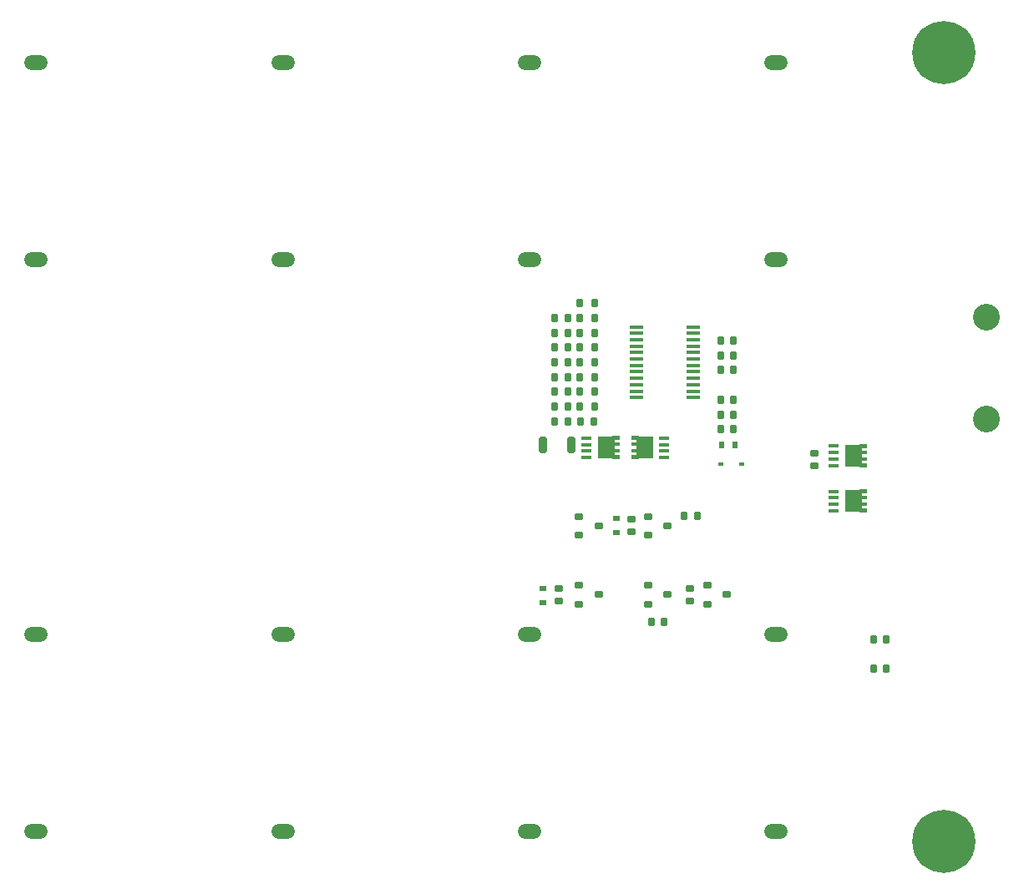
<source format=gts>
%TF.GenerationSoftware,KiCad,Pcbnew,(6.0.11)*%
%TF.CreationDate,2023-07-04T18:20:15-04:00*%
%TF.ProjectId,Batt_Rev20,42617474-5f52-4657-9632-302e6b696361,rev?*%
%TF.SameCoordinates,Original*%
%TF.FileFunction,Soldermask,Top*%
%TF.FilePolarity,Negative*%
%FSLAX46Y46*%
G04 Gerber Fmt 4.6, Leading zero omitted, Abs format (unit mm)*
G04 Created by KiCad (PCBNEW (6.0.11)) date 2023-07-04 18:20:15*
%MOMM*%
%LPD*%
G01*
G04 APERTURE LIST*
G04 Aperture macros list*
%AMRoundRect*
0 Rectangle with rounded corners*
0 $1 Rounding radius*
0 $2 $3 $4 $5 $6 $7 $8 $9 X,Y pos of 4 corners*
0 Add a 4 corners polygon primitive as box body*
4,1,4,$2,$3,$4,$5,$6,$7,$8,$9,$2,$3,0*
0 Add four circle primitives for the rounded corners*
1,1,$1+$1,$2,$3*
1,1,$1+$1,$4,$5*
1,1,$1+$1,$6,$7*
1,1,$1+$1,$8,$9*
0 Add four rect primitives between the rounded corners*
20,1,$1+$1,$2,$3,$4,$5,0*
20,1,$1+$1,$4,$5,$6,$7,0*
20,1,$1+$1,$6,$7,$8,$9,0*
20,1,$1+$1,$8,$9,$2,$3,0*%
%AMFreePoly0*
4,1,21,1.372500,0.787500,0.862500,0.787500,0.862500,0.532500,1.372500,0.532500,1.372500,0.127500,0.862500,0.127500,0.862500,-0.127500,1.372500,-0.127500,1.372500,-0.532500,0.862500,-0.532500,0.862500,-0.787500,1.372500,-0.787500,1.372500,-1.195000,0.612500,-1.195000,0.612500,-1.117500,-0.862500,-1.117500,-0.862500,1.117500,0.612500,1.117500,0.612500,1.195000,1.372500,1.195000,
1.372500,0.787500,1.372500,0.787500,$1*%
G04 Aperture macros list end*
%ADD10C,2.710000*%
%ADD11RoundRect,0.175000X-0.175000X-0.275000X0.175000X-0.275000X0.175000X0.275000X-0.175000X0.275000X0*%
%ADD12RoundRect,0.150000X0.150000X0.300000X-0.150000X0.300000X-0.150000X-0.300000X0.150000X-0.300000X0*%
%ADD13RoundRect,0.150000X-0.150000X-0.300000X0.150000X-0.300000X0.150000X0.300000X-0.150000X0.300000X0*%
%ADD14RoundRect,0.150000X-0.300000X0.150000X-0.300000X-0.150000X0.300000X-0.150000X0.300000X0.150000X0*%
%ADD15RoundRect,0.175000X-0.275000X-0.175000X0.275000X-0.175000X0.275000X0.175000X-0.275000X0.175000X0*%
%ADD16R,0.990000X0.405000*%
%ADD17FreePoly0,180.000000*%
%ADD18RoundRect,0.177778X-0.222222X-0.697222X0.222222X-0.697222X0.222222X0.697222X-0.222222X0.697222X0*%
%ADD19RoundRect,0.175000X0.175000X0.275000X-0.175000X0.275000X-0.175000X-0.275000X0.175000X-0.275000X0*%
%ADD20FreePoly0,0.000000*%
%ADD21R,0.600000X0.450000*%
%ADD22R,0.700000X0.600000*%
%ADD23C,0.800000*%
%ADD24C,6.400000*%
%ADD25RoundRect,0.150000X0.300000X-0.150000X0.300000X0.150000X-0.300000X0.150000X-0.300000X-0.150000X0*%
%ADD26R,0.600000X0.700000*%
%ADD27RoundRect,0.100000X-0.600000X-0.100000X0.600000X-0.100000X0.600000X0.100000X-0.600000X0.100000X0*%
%ADD28O,2.400000X1.500000*%
G04 APERTURE END LIST*
D10*
%TO.C,J2*%
X146350000Y-77150000D03*
X146350000Y-66850000D03*
%TD*%
D11*
%TO.C,C6*%
X105062500Y-75925000D03*
X106612500Y-75925000D03*
%TD*%
D12*
%TO.C,R11*%
X106487500Y-77425000D03*
X105187500Y-77425000D03*
%TD*%
D13*
%TO.C,R20*%
X119387500Y-69245000D03*
X120687500Y-69245000D03*
%TD*%
D14*
%TO.C,R23*%
X128900000Y-80650000D03*
X128900000Y-81950000D03*
%TD*%
D15*
%TO.C,Q5*%
X118000000Y-94050000D03*
X118000000Y-95950000D03*
X120000000Y-95000000D03*
%TD*%
D16*
%TO.C,Q3*%
X113660000Y-81090000D03*
X113660000Y-80430000D03*
X113660000Y-79770000D03*
X113660000Y-79110000D03*
D17*
X111667500Y-80100000D03*
%TD*%
D12*
%TO.C,R16*%
X120687500Y-72225000D03*
X119387500Y-72225000D03*
%TD*%
D13*
%TO.C,R4*%
X102587500Y-69925000D03*
X103887500Y-69925000D03*
%TD*%
D12*
%TO.C,R13*%
X120687500Y-70725000D03*
X119387500Y-70725000D03*
%TD*%
D18*
%TO.C,R7*%
X101375000Y-79800000D03*
X104275000Y-79800000D03*
%TD*%
D13*
%TO.C,R5*%
X102587500Y-68425000D03*
X103887500Y-68425000D03*
%TD*%
D19*
%TO.C,C2*%
X106612500Y-71425000D03*
X105062500Y-71425000D03*
%TD*%
D16*
%TO.C,Q2*%
X105790000Y-79110000D03*
X105790000Y-79770000D03*
X105790000Y-80430000D03*
X105790000Y-81090000D03*
D20*
X107782500Y-80100000D03*
%TD*%
D21*
%TO.C,D1*%
X119387500Y-81725000D03*
X121487500Y-81725000D03*
%TD*%
D15*
%TO.C,Q4*%
X105000000Y-94050000D03*
X105000000Y-95950000D03*
X107000000Y-95000000D03*
%TD*%
D13*
%TO.C,R2*%
X102587500Y-72925000D03*
X103887500Y-72925000D03*
%TD*%
D14*
%TO.C,R24*%
X110300000Y-87350000D03*
X110300000Y-88650000D03*
%TD*%
D19*
%TO.C,C8*%
X106612500Y-66925000D03*
X105062500Y-66925000D03*
%TD*%
D13*
%TO.C,R12*%
X119387500Y-78225000D03*
X120687500Y-78225000D03*
%TD*%
D16*
%TO.C,Q9*%
X130865000Y-84510000D03*
X130865000Y-85170000D03*
X130865000Y-85830000D03*
X130865000Y-86490000D03*
D20*
X132857500Y-85500000D03*
%TD*%
D13*
%TO.C,R1*%
X134850000Y-99500000D03*
X136150000Y-99500000D03*
%TD*%
D22*
%TO.C,D2*%
X101400000Y-94400000D03*
X101400000Y-95800000D03*
%TD*%
D15*
%TO.C,Q6*%
X112000000Y-87050000D03*
X112000000Y-88950000D03*
X114000000Y-88000000D03*
%TD*%
D22*
%TO.C,D4*%
X108800000Y-87300000D03*
X108800000Y-88700000D03*
%TD*%
D19*
%TO.C,C3*%
X106612500Y-69925000D03*
X105062500Y-69925000D03*
%TD*%
%TO.C,C5*%
X106612500Y-65425000D03*
X105062500Y-65425000D03*
%TD*%
D23*
%TO.C,H2*%
X142000000Y-117600000D03*
X142000000Y-122400000D03*
X140302944Y-121697056D03*
X143697056Y-118302944D03*
X144400000Y-120000000D03*
X139600000Y-120000000D03*
X143697056Y-121697056D03*
D24*
X142000000Y-120000000D03*
D23*
X140302944Y-118302944D03*
%TD*%
D12*
%TO.C,R21*%
X117000000Y-87000000D03*
X115700000Y-87000000D03*
%TD*%
D13*
%TO.C,R22*%
X134850000Y-102500000D03*
X136150000Y-102500000D03*
%TD*%
D15*
%TO.C,Q1*%
X112000000Y-94050000D03*
X112000000Y-95950000D03*
X114000000Y-95000000D03*
%TD*%
D24*
%TO.C,H1*%
X142000000Y-40000000D03*
D23*
X139600000Y-40000000D03*
X140302944Y-38302944D03*
X142000000Y-42400000D03*
X140302944Y-41697056D03*
X143697056Y-41697056D03*
X144400000Y-40000000D03*
X143697056Y-38302944D03*
X142000000Y-37600000D03*
%TD*%
D12*
%TO.C,R10*%
X103887500Y-77425000D03*
X102587500Y-77425000D03*
%TD*%
D11*
%TO.C,C7*%
X105062500Y-74425000D03*
X106612500Y-74425000D03*
%TD*%
D25*
%TO.C,R18*%
X116300000Y-95650000D03*
X116300000Y-94350000D03*
%TD*%
D15*
%TO.C,Q7*%
X105000000Y-87050000D03*
X105000000Y-88950000D03*
X107000000Y-88000000D03*
%TD*%
D19*
%TO.C,C4*%
X106612500Y-68425000D03*
X105062500Y-68425000D03*
%TD*%
D16*
%TO.C,Q8*%
X130865000Y-79910000D03*
X130865000Y-80570000D03*
X130865000Y-81230000D03*
X130865000Y-81890000D03*
D20*
X132857500Y-80900000D03*
%TD*%
D14*
%TO.C,R15*%
X103000000Y-94350000D03*
X103000000Y-95650000D03*
%TD*%
D12*
%TO.C,R14*%
X120687500Y-76725000D03*
X119387500Y-76725000D03*
%TD*%
D19*
%TO.C,C1*%
X106612500Y-72925000D03*
X105062500Y-72925000D03*
%TD*%
D12*
%TO.C,R17*%
X113650000Y-97800000D03*
X112350000Y-97800000D03*
%TD*%
D13*
%TO.C,R8*%
X102587500Y-74425000D03*
X103887500Y-74425000D03*
%TD*%
D26*
%TO.C,D3*%
X119437500Y-79825000D03*
X120837500Y-79825000D03*
%TD*%
D27*
%TO.C,U1*%
X110837500Y-67850000D03*
X110837500Y-68500000D03*
X110837500Y-69150000D03*
X110837500Y-69800000D03*
X110837500Y-70450000D03*
X110837500Y-71100000D03*
X110837500Y-71750000D03*
X110837500Y-72400000D03*
X110837500Y-73050000D03*
X110837500Y-73700000D03*
X110837500Y-74350000D03*
X110837500Y-75000000D03*
X116637500Y-75000000D03*
X116637500Y-74350000D03*
X116637500Y-73700000D03*
X116637500Y-73050000D03*
X116637500Y-72400000D03*
X116637500Y-71750000D03*
X116637500Y-71100000D03*
X116637500Y-70450000D03*
X116637500Y-69800000D03*
X116637500Y-69150000D03*
X116637500Y-68500000D03*
X116637500Y-67850000D03*
%TD*%
D13*
%TO.C,R6*%
X102587500Y-66925000D03*
X103887500Y-66925000D03*
%TD*%
%TO.C,R19*%
X119387500Y-75225000D03*
X120687500Y-75225000D03*
%TD*%
%TO.C,R3*%
X102587500Y-71425000D03*
X103887500Y-71425000D03*
%TD*%
D12*
%TO.C,R9*%
X103887500Y-75925000D03*
X102587500Y-75925000D03*
%TD*%
D28*
%TO.C,BT4*%
X125000000Y-41000000D03*
X125000000Y-61000000D03*
X125000000Y-99000000D03*
X125000000Y-119000000D03*
%TD*%
%TO.C,BT2*%
X75000000Y-41000000D03*
X75000000Y-61000000D03*
X75000000Y-99000000D03*
X75000000Y-119000000D03*
%TD*%
%TO.C,BT3*%
X100000000Y-119000000D03*
X100000000Y-99000000D03*
X100000000Y-41000000D03*
X100000000Y-61000000D03*
%TD*%
%TO.C,BT1*%
X50000000Y-99000000D03*
X50000000Y-119000000D03*
X50000000Y-61000000D03*
X50000000Y-41000000D03*
%TD*%
M02*

</source>
